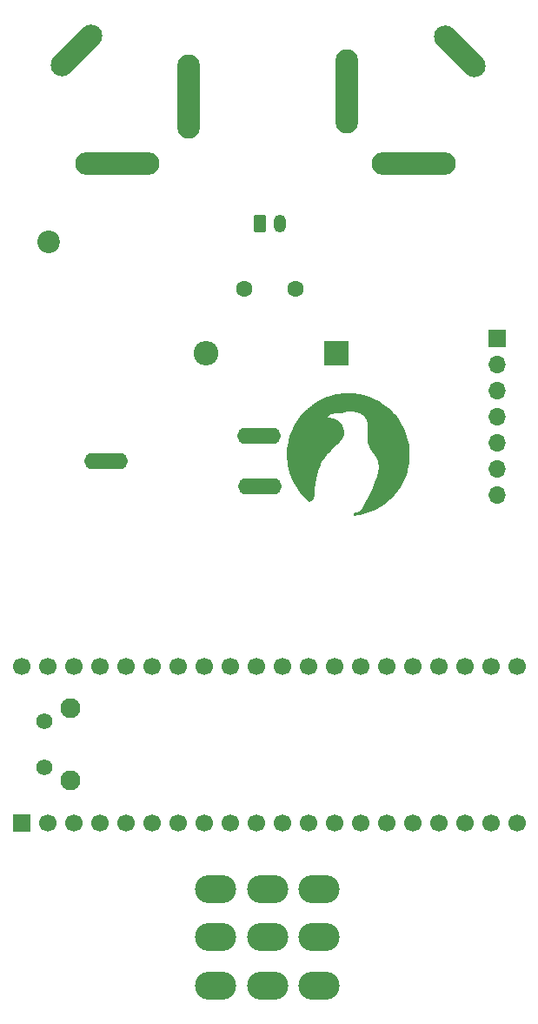
<source format=gbs>
G04 #@! TF.GenerationSoftware,KiCad,Pcbnew,(6.0.11)*
G04 #@! TF.CreationDate,2023-07-06T13:43:45+02:00*
G04 #@! TF.ProjectId,Dohle TankVerb,446f686c-6520-4546-916e-6b566572622e,rev?*
G04 #@! TF.SameCoordinates,Original*
G04 #@! TF.FileFunction,Soldermask,Bot*
G04 #@! TF.FilePolarity,Negative*
%FSLAX46Y46*%
G04 Gerber Fmt 4.6, Leading zero omitted, Abs format (unit mm)*
G04 Created by KiCad (PCBNEW (6.0.11)) date 2023-07-06 13:43:45*
%MOMM*%
%LPD*%
G01*
G04 APERTURE LIST*
G04 Aperture macros list*
%AMRoundRect*
0 Rectangle with rounded corners*
0 $1 Rounding radius*
0 $2 $3 $4 $5 $6 $7 $8 $9 X,Y pos of 4 corners*
0 Add a 4 corners polygon primitive as box body*
4,1,4,$2,$3,$4,$5,$6,$7,$8,$9,$2,$3,0*
0 Add four circle primitives for the rounded corners*
1,1,$1+$1,$2,$3*
1,1,$1+$1,$4,$5*
1,1,$1+$1,$6,$7*
1,1,$1+$1,$8,$9*
0 Add four rect primitives between the rounded corners*
20,1,$1+$1,$2,$3,$4,$5,0*
20,1,$1+$1,$4,$5,$6,$7,0*
20,1,$1+$1,$6,$7,$8,$9,0*
20,1,$1+$1,$8,$9,$2,$3,0*%
%AMHorizOval*
0 Thick line with rounded ends*
0 $1 width*
0 $2 $3 position (X,Y) of the first rounded end (center of the circle)*
0 $4 $5 position (X,Y) of the second rounded end (center of the circle)*
0 Add line between two ends*
20,1,$1,$2,$3,$4,$5,0*
0 Add two circle primitives to create the rounded ends*
1,1,$1,$2,$3*
1,1,$1,$4,$5*%
G04 Aperture macros list end*
%ADD10C,0.200000*%
%ADD11C,2.200000*%
%ADD12O,4.250000X1.600000*%
%ADD13R,1.700000X1.700000*%
%ADD14O,1.700000X1.700000*%
%ADD15RoundRect,0.250000X-0.350000X-0.625000X0.350000X-0.625000X0.350000X0.625000X-0.350000X0.625000X0*%
%ADD16O,1.200000X1.750000*%
%ADD17C,1.600000*%
%ADD18R,2.400000X2.400000*%
%ADD19O,2.400000X2.400000*%
%ADD20O,4.003200X2.743200*%
%ADD21O,8.203200X2.203200*%
%ADD22HorizOval,2.203200X-1.414214X1.414214X1.414214X-1.414214X0*%
%ADD23O,2.203200X8.203200*%
%ADD24HorizOval,2.203200X-1.414214X-1.414214X1.414214X1.414214X0*%
%ADD25C,1.700000*%
%ADD26C,1.575000*%
%ADD27C,1.950000*%
G04 APERTURE END LIST*
D10*
G36*
X165053907Y-91557541D02*
G01*
X165343001Y-91564933D01*
X165631241Y-91586946D01*
X165917994Y-91623317D01*
X166202625Y-91673785D01*
X166484499Y-91738088D01*
X166762981Y-91815963D01*
X167037437Y-91907148D01*
X167307231Y-92011382D01*
X167571729Y-92128402D01*
X167830297Y-92257946D01*
X168082299Y-92399752D01*
X168327100Y-92553558D01*
X168564067Y-92719101D01*
X168792564Y-92896121D01*
X169011956Y-93084354D01*
X169221609Y-93283539D01*
X169420794Y-93493192D01*
X169609027Y-93712584D01*
X169786046Y-93941081D01*
X169951590Y-94178047D01*
X170105396Y-94422849D01*
X170247202Y-94674851D01*
X170376746Y-94933418D01*
X170493766Y-95197917D01*
X170598000Y-95467711D01*
X170689185Y-95742167D01*
X170767060Y-96020649D01*
X170831363Y-96302523D01*
X170881831Y-96587153D01*
X170918202Y-96873906D01*
X170940215Y-97162147D01*
X170947607Y-97451240D01*
X170940910Y-97725889D01*
X170921051Y-97999815D01*
X170888245Y-98272470D01*
X170842706Y-98543304D01*
X170784649Y-98811769D01*
X170714290Y-99077316D01*
X170631842Y-99339395D01*
X170537521Y-99597459D01*
X170431542Y-99850957D01*
X170314119Y-100099341D01*
X170185467Y-100342063D01*
X170045801Y-100578573D01*
X169895336Y-100808322D01*
X169734286Y-101030761D01*
X169562867Y-101245342D01*
X169381292Y-101451515D01*
X169196650Y-101641901D01*
X169003398Y-101823210D01*
X168802017Y-101995249D01*
X168592992Y-102157823D01*
X168376805Y-102310736D01*
X168153940Y-102453794D01*
X167924879Y-102586801D01*
X167690104Y-102709564D01*
X167450101Y-102821887D01*
X167205350Y-102923575D01*
X166956335Y-103014433D01*
X166703539Y-103094267D01*
X166447445Y-103162882D01*
X166188536Y-103220082D01*
X165927296Y-103265674D01*
X165664206Y-103299461D01*
X165662770Y-103257064D01*
X165661901Y-103215725D01*
X165661656Y-103175170D01*
X165662092Y-103135124D01*
X165679065Y-103141468D01*
X165696239Y-103147382D01*
X165713635Y-103152736D01*
X165722423Y-103155164D01*
X165731276Y-103157404D01*
X165740194Y-103159440D01*
X165749182Y-103161257D01*
X165758242Y-103162838D01*
X165767376Y-103164167D01*
X165776588Y-103165229D01*
X165785881Y-103166007D01*
X165795256Y-103166486D01*
X165804716Y-103166649D01*
X165821302Y-103166287D01*
X165837719Y-103165214D01*
X165853953Y-103163449D01*
X165869990Y-103161013D01*
X165885819Y-103157926D01*
X165901426Y-103154205D01*
X165916799Y-103149873D01*
X165931923Y-103144947D01*
X165946786Y-103139448D01*
X165961376Y-103133395D01*
X165975679Y-103126809D01*
X165989681Y-103119708D01*
X166003371Y-103112112D01*
X166016735Y-103104042D01*
X166029760Y-103095516D01*
X166042433Y-103086555D01*
X166063627Y-103074324D01*
X166084563Y-103061739D01*
X166125557Y-103035701D01*
X166165195Y-103008830D01*
X166203260Y-102981516D01*
X166239533Y-102954149D01*
X166273797Y-102927118D01*
X166305833Y-102900812D01*
X166335423Y-102875622D01*
X166362348Y-102851936D01*
X166386392Y-102830144D01*
X166424959Y-102793800D01*
X166457907Y-102760978D01*
X166460618Y-102757998D01*
X166463242Y-102754942D01*
X166465775Y-102751812D01*
X166468217Y-102748611D01*
X166470565Y-102745342D01*
X166472819Y-102742006D01*
X166474975Y-102738606D01*
X166477034Y-102735145D01*
X166634577Y-102454627D01*
X166806582Y-102134881D01*
X167018589Y-101722944D01*
X167253981Y-101239418D01*
X167496142Y-100704904D01*
X167728457Y-100140003D01*
X167835729Y-99852595D01*
X167934309Y-99565315D01*
X167968335Y-99460494D01*
X167998013Y-99358202D01*
X168023510Y-99258430D01*
X168044992Y-99161168D01*
X168062626Y-99066408D01*
X168076579Y-98974140D01*
X168087016Y-98884354D01*
X168094106Y-98797041D01*
X168098014Y-98712192D01*
X168098907Y-98629798D01*
X168096951Y-98549849D01*
X168092314Y-98472335D01*
X168085162Y-98397248D01*
X168075661Y-98324578D01*
X168063978Y-98254316D01*
X168050280Y-98186453D01*
X168034733Y-98120978D01*
X168017504Y-98057883D01*
X167978667Y-97938795D01*
X167935101Y-97829115D01*
X167888139Y-97728766D01*
X167839114Y-97637674D01*
X167789359Y-97555766D01*
X167740207Y-97482965D01*
X167692991Y-97419197D01*
X167691601Y-97417435D01*
X167690183Y-97415695D01*
X167688738Y-97413979D01*
X167687265Y-97412286D01*
X167685766Y-97410616D01*
X167684239Y-97408969D01*
X167682685Y-97407346D01*
X167681105Y-97405746D01*
X167605861Y-97327224D01*
X167534436Y-97245193D01*
X167466974Y-97159789D01*
X167403617Y-97071151D01*
X167344507Y-96979416D01*
X167289789Y-96884722D01*
X167239604Y-96787207D01*
X167194095Y-96687008D01*
X167153405Y-96584263D01*
X167117677Y-96479110D01*
X167087054Y-96371686D01*
X167061679Y-96262130D01*
X167041693Y-96150578D01*
X167027242Y-96037169D01*
X167018466Y-95922039D01*
X167015509Y-95805328D01*
X167015780Y-95768988D01*
X167016595Y-95732838D01*
X167017958Y-95696882D01*
X167019871Y-95661121D01*
X167022336Y-95625558D01*
X167025358Y-95590194D01*
X167028938Y-95555031D01*
X167033079Y-95520073D01*
X167033296Y-95518272D01*
X167033487Y-95516468D01*
X167033655Y-95514662D01*
X167033798Y-95512854D01*
X167033918Y-95511045D01*
X167034015Y-95509233D01*
X167034088Y-95507421D01*
X167034140Y-95505607D01*
X167052740Y-94622970D01*
X167052749Y-94622199D01*
X167052752Y-94621428D01*
X167052749Y-94620656D01*
X167052740Y-94619880D01*
X167051352Y-94557343D01*
X167047228Y-94495504D01*
X167040426Y-94434422D01*
X167031005Y-94374157D01*
X167019024Y-94314768D01*
X167004540Y-94256313D01*
X166987613Y-94198851D01*
X166968301Y-94142443D01*
X166946663Y-94087147D01*
X166922757Y-94033022D01*
X166896643Y-93980127D01*
X166868377Y-93928522D01*
X166838020Y-93878264D01*
X166805630Y-93829415D01*
X166771265Y-93782032D01*
X166734983Y-93736175D01*
X166696845Y-93691903D01*
X166656907Y-93649275D01*
X166615229Y-93608350D01*
X166571869Y-93569188D01*
X166526886Y-93531847D01*
X166480339Y-93496386D01*
X166432285Y-93462865D01*
X166382784Y-93431342D01*
X166331895Y-93401877D01*
X166279675Y-93374530D01*
X166226183Y-93349358D01*
X166171479Y-93326422D01*
X166115620Y-93305779D01*
X166058665Y-93287490D01*
X166000673Y-93271614D01*
X165941702Y-93258209D01*
X165883217Y-93240700D01*
X165826132Y-93224999D01*
X165770572Y-93210978D01*
X165716661Y-93198509D01*
X165664527Y-93187463D01*
X165614292Y-93177713D01*
X165566083Y-93169129D01*
X165520025Y-93161583D01*
X165518992Y-93161833D01*
X165517962Y-93162091D01*
X165516931Y-93162356D01*
X165515898Y-93162628D01*
X165513722Y-93161801D01*
X165511532Y-93161011D01*
X165509327Y-93160258D01*
X165507109Y-93159538D01*
X165469779Y-93153043D01*
X165448228Y-93149405D01*
X165437133Y-93147681D01*
X165425978Y-93146095D01*
X165427038Y-93146621D01*
X165404272Y-93143659D01*
X165381642Y-93141318D01*
X165359148Y-93139543D01*
X165336792Y-93138283D01*
X165314574Y-93137483D01*
X165292494Y-93137090D01*
X165270554Y-93137051D01*
X165248755Y-93137314D01*
X165247694Y-93137314D01*
X165247427Y-93137049D01*
X165247293Y-93136916D01*
X165247226Y-93136848D01*
X165247160Y-93136780D01*
X165207852Y-93138294D01*
X165168558Y-93140815D01*
X165129358Y-93144274D01*
X165090335Y-93148600D01*
X165013140Y-93159580D01*
X164937620Y-93173203D01*
X164864421Y-93188915D01*
X164794191Y-93206163D01*
X164727578Y-93224394D01*
X164665229Y-93243055D01*
X164607791Y-93261592D01*
X164555911Y-93279453D01*
X164471415Y-93310930D01*
X164397604Y-93341423D01*
X164404318Y-93338325D01*
X164386834Y-93344404D01*
X164368484Y-93349847D01*
X164349364Y-93354683D01*
X164329565Y-93358942D01*
X164288303Y-93365844D01*
X164245445Y-93370785D01*
X164201736Y-93373996D01*
X164157919Y-93375710D01*
X164114740Y-93376160D01*
X164072944Y-93375576D01*
X164033275Y-93374191D01*
X163996479Y-93372238D01*
X163934484Y-93367555D01*
X163877737Y-93361580D01*
X163874786Y-93361093D01*
X163871827Y-93360670D01*
X163868861Y-93360310D01*
X163865889Y-93360014D01*
X163862910Y-93359781D01*
X163859927Y-93359612D01*
X163856940Y-93359507D01*
X163853949Y-93359466D01*
X163788394Y-93360169D01*
X163726210Y-93362386D01*
X163667301Y-93366046D01*
X163611572Y-93371078D01*
X163558925Y-93377410D01*
X163509265Y-93384970D01*
X163462496Y-93393688D01*
X163418522Y-93403492D01*
X163377246Y-93414310D01*
X163338572Y-93426070D01*
X163302405Y-93438702D01*
X163268648Y-93452133D01*
X163237204Y-93466293D01*
X163207979Y-93481110D01*
X163180876Y-93496512D01*
X163155798Y-93512428D01*
X163144008Y-93520559D01*
X163132728Y-93528789D01*
X163121951Y-93537102D01*
X163111669Y-93545479D01*
X163101874Y-93553904D01*
X163092557Y-93562358D01*
X163083712Y-93570825D01*
X163075331Y-93579287D01*
X163067405Y-93587727D01*
X163059927Y-93596128D01*
X163052888Y-93604471D01*
X163046282Y-93612739D01*
X163040101Y-93620916D01*
X163034335Y-93628984D01*
X163028979Y-93636925D01*
X163024023Y-93644722D01*
X163019427Y-93652510D01*
X163015157Y-93660383D01*
X163011209Y-93668260D01*
X163007579Y-93676059D01*
X163004263Y-93683699D01*
X163001256Y-93691100D01*
X162998556Y-93698181D01*
X162996157Y-93704860D01*
X162994055Y-93711057D01*
X162992247Y-93716691D01*
X162989496Y-93725943D01*
X162987333Y-93734123D01*
X162986246Y-93741178D01*
X162985521Y-93748204D01*
X162985152Y-93755193D01*
X162985132Y-93762133D01*
X162985454Y-93769016D01*
X162986111Y-93775831D01*
X162987096Y-93782567D01*
X162988403Y-93789216D01*
X162990025Y-93795766D01*
X162991954Y-93802209D01*
X162994185Y-93808533D01*
X162996710Y-93814730D01*
X162999522Y-93820789D01*
X163002614Y-93826699D01*
X163005980Y-93832452D01*
X163009613Y-93838036D01*
X163013506Y-93843443D01*
X163017652Y-93848662D01*
X163022044Y-93853682D01*
X163026676Y-93858495D01*
X163031540Y-93863090D01*
X163036630Y-93867456D01*
X163041939Y-93871585D01*
X163047460Y-93875466D01*
X163053186Y-93879089D01*
X163059111Y-93882443D01*
X163065227Y-93885520D01*
X163071527Y-93888309D01*
X163078006Y-93890800D01*
X163084655Y-93892983D01*
X163091469Y-93894848D01*
X163098440Y-93896385D01*
X163214330Y-93921948D01*
X163340872Y-93953339D01*
X163415950Y-93973522D01*
X163496862Y-93996635D01*
X163580054Y-94022217D01*
X163665376Y-94050661D01*
X163751239Y-94081679D01*
X163836052Y-94114986D01*
X163918225Y-94150294D01*
X163957824Y-94168609D01*
X163996167Y-94187317D01*
X164033055Y-94206381D01*
X164068290Y-94225767D01*
X164101671Y-94245438D01*
X164133001Y-94265358D01*
X164149882Y-94286249D01*
X164180099Y-94325142D01*
X164199583Y-94351188D01*
X164221649Y-94381555D01*
X164246048Y-94416182D01*
X164272528Y-94455009D01*
X164303084Y-94501947D01*
X164333222Y-94551060D01*
X164362146Y-94601199D01*
X164389058Y-94651215D01*
X164401510Y-94675819D01*
X164413160Y-94699960D01*
X164423908Y-94723497D01*
X164433654Y-94746285D01*
X164442300Y-94768181D01*
X164449744Y-94789041D01*
X164455887Y-94808722D01*
X164460630Y-94827080D01*
X164476014Y-94890629D01*
X164492040Y-94951679D01*
X164522699Y-95067486D01*
X164535672Y-95122844D01*
X164541205Y-95150018D01*
X164545965Y-95176906D01*
X164549848Y-95203546D01*
X164552751Y-95229974D01*
X164554568Y-95256229D01*
X164555197Y-95282348D01*
X164553248Y-95348940D01*
X164547473Y-95414469D01*
X164537981Y-95478830D01*
X164524880Y-95541914D01*
X164508280Y-95603614D01*
X164488289Y-95663823D01*
X164465015Y-95722435D01*
X164438567Y-95779341D01*
X164409054Y-95834434D01*
X164376585Y-95887607D01*
X164341268Y-95938753D01*
X164303212Y-95987765D01*
X164262525Y-96034535D01*
X164219317Y-96078957D01*
X164173695Y-96120922D01*
X164125769Y-96160324D01*
X164123718Y-96161937D01*
X164121698Y-96163588D01*
X164119710Y-96165277D01*
X164117754Y-96167003D01*
X164115831Y-96168767D01*
X164113941Y-96170568D01*
X164112086Y-96172405D01*
X164110266Y-96174278D01*
X163576445Y-96733932D01*
X163191512Y-97136859D01*
X162990950Y-97345779D01*
X162874640Y-97470106D01*
X162765503Y-97601332D01*
X162663295Y-97738745D01*
X162567771Y-97881632D01*
X162478688Y-98029279D01*
X162395801Y-98180974D01*
X162318867Y-98336005D01*
X162247642Y-98493657D01*
X162181881Y-98653218D01*
X162121341Y-98813976D01*
X162065777Y-98975217D01*
X162014946Y-99136228D01*
X161968604Y-99296296D01*
X161926507Y-99454709D01*
X161854071Y-99763717D01*
X161823298Y-99912984D01*
X161795935Y-100057926D01*
X161771785Y-100197810D01*
X161750651Y-100331906D01*
X161732338Y-100459481D01*
X161716648Y-100579803D01*
X161692351Y-100795759D01*
X161676191Y-100973919D01*
X161666594Y-101108427D01*
X161660803Y-101223060D01*
X161660796Y-101224745D01*
X161660811Y-101226428D01*
X161660847Y-101228110D01*
X161660904Y-101229790D01*
X161660982Y-101231470D01*
X161661080Y-101233149D01*
X161661198Y-101234826D01*
X161661337Y-101236503D01*
X161663329Y-101277804D01*
X161663646Y-101317548D01*
X161662393Y-101355752D01*
X161659676Y-101392432D01*
X161655600Y-101427603D01*
X161650272Y-101461283D01*
X161643797Y-101493486D01*
X161636281Y-101524230D01*
X161627829Y-101553530D01*
X161618548Y-101581402D01*
X161608542Y-101607862D01*
X161597919Y-101632927D01*
X161586783Y-101656613D01*
X161575240Y-101678935D01*
X161563396Y-101699909D01*
X161551357Y-101719553D01*
X161539229Y-101737881D01*
X161527116Y-101754910D01*
X161515126Y-101770657D01*
X161503363Y-101785136D01*
X161480944Y-101810359D01*
X161460703Y-101830707D01*
X161443489Y-101846309D01*
X161430145Y-101857295D01*
X161418455Y-101865928D01*
X161416273Y-101867528D01*
X161414123Y-101869170D01*
X161412005Y-101870852D01*
X161409919Y-101872576D01*
X161407866Y-101874340D01*
X161405848Y-101876144D01*
X161403864Y-101877990D01*
X161401915Y-101879875D01*
X161296499Y-101983742D01*
X161176267Y-101881319D01*
X161058760Y-101775779D01*
X160944060Y-101667199D01*
X160832250Y-101555654D01*
X160723413Y-101441219D01*
X160617634Y-101323970D01*
X160514993Y-101203982D01*
X160415575Y-101081331D01*
X160319463Y-100956092D01*
X160226739Y-100828342D01*
X160137487Y-100698154D01*
X160051789Y-100565606D01*
X159969729Y-100430772D01*
X159891390Y-100293729D01*
X159816855Y-100154550D01*
X159746206Y-100013313D01*
X159676316Y-99863127D01*
X159610730Y-99711022D01*
X159549474Y-99557126D01*
X159492578Y-99401565D01*
X159440070Y-99244467D01*
X159391979Y-99085958D01*
X159348332Y-98926166D01*
X159309158Y-98765217D01*
X159274486Y-98603237D01*
X159244343Y-98440355D01*
X159218758Y-98276696D01*
X159197759Y-98112389D01*
X159181375Y-97947558D01*
X159169633Y-97782333D01*
X159162563Y-97616838D01*
X159160192Y-97451202D01*
X159167585Y-97162108D01*
X159189597Y-96873866D01*
X159225969Y-96587112D01*
X159276437Y-96302481D01*
X159340740Y-96020607D01*
X159418615Y-95742125D01*
X159509800Y-95467669D01*
X159614034Y-95197875D01*
X159731054Y-94933377D01*
X159860598Y-94674809D01*
X160002403Y-94422807D01*
X160156209Y-94178005D01*
X160321753Y-93941038D01*
X160498773Y-93712540D01*
X160687006Y-93493147D01*
X160886190Y-93283493D01*
X161095843Y-93084309D01*
X161315236Y-92896077D01*
X161543733Y-92719059D01*
X161780699Y-92553516D01*
X162025501Y-92399711D01*
X162277503Y-92257906D01*
X162536070Y-92128362D01*
X162800569Y-92011343D01*
X163070363Y-91907109D01*
X163344818Y-91815924D01*
X163623301Y-91738049D01*
X163905174Y-91673747D01*
X164189805Y-91623279D01*
X164476558Y-91586907D01*
X164764799Y-91564895D01*
X165053892Y-91557503D01*
X165053907Y-91557541D01*
G37*
X165053907Y-91557541D02*
X165343001Y-91564933D01*
X165631241Y-91586946D01*
X165917994Y-91623317D01*
X166202625Y-91673785D01*
X166484499Y-91738088D01*
X166762981Y-91815963D01*
X167037437Y-91907148D01*
X167307231Y-92011382D01*
X167571729Y-92128402D01*
X167830297Y-92257946D01*
X168082299Y-92399752D01*
X168327100Y-92553558D01*
X168564067Y-92719101D01*
X168792564Y-92896121D01*
X169011956Y-93084354D01*
X169221609Y-93283539D01*
X169420794Y-93493192D01*
X169609027Y-93712584D01*
X169786046Y-93941081D01*
X169951590Y-94178047D01*
X170105396Y-94422849D01*
X170247202Y-94674851D01*
X170376746Y-94933418D01*
X170493766Y-95197917D01*
X170598000Y-95467711D01*
X170689185Y-95742167D01*
X170767060Y-96020649D01*
X170831363Y-96302523D01*
X170881831Y-96587153D01*
X170918202Y-96873906D01*
X170940215Y-97162147D01*
X170947607Y-97451240D01*
X170940910Y-97725889D01*
X170921051Y-97999815D01*
X170888245Y-98272470D01*
X170842706Y-98543304D01*
X170784649Y-98811769D01*
X170714290Y-99077316D01*
X170631842Y-99339395D01*
X170537521Y-99597459D01*
X170431542Y-99850957D01*
X170314119Y-100099341D01*
X170185467Y-100342063D01*
X170045801Y-100578573D01*
X169895336Y-100808322D01*
X169734286Y-101030761D01*
X169562867Y-101245342D01*
X169381292Y-101451515D01*
X169196650Y-101641901D01*
X169003398Y-101823210D01*
X168802017Y-101995249D01*
X168592992Y-102157823D01*
X168376805Y-102310736D01*
X168153940Y-102453794D01*
X167924879Y-102586801D01*
X167690104Y-102709564D01*
X167450101Y-102821887D01*
X167205350Y-102923575D01*
X166956335Y-103014433D01*
X166703539Y-103094267D01*
X166447445Y-103162882D01*
X166188536Y-103220082D01*
X165927296Y-103265674D01*
X165664206Y-103299461D01*
X165662770Y-103257064D01*
X165661901Y-103215725D01*
X165661656Y-103175170D01*
X165662092Y-103135124D01*
X165679065Y-103141468D01*
X165696239Y-103147382D01*
X165713635Y-103152736D01*
X165722423Y-103155164D01*
X165731276Y-103157404D01*
X165740194Y-103159440D01*
X165749182Y-103161257D01*
X165758242Y-103162838D01*
X165767376Y-103164167D01*
X165776588Y-103165229D01*
X165785881Y-103166007D01*
X165795256Y-103166486D01*
X165804716Y-103166649D01*
X165821302Y-103166287D01*
X165837719Y-103165214D01*
X165853953Y-103163449D01*
X165869990Y-103161013D01*
X165885819Y-103157926D01*
X165901426Y-103154205D01*
X165916799Y-103149873D01*
X165931923Y-103144947D01*
X165946786Y-103139448D01*
X165961376Y-103133395D01*
X165975679Y-103126809D01*
X165989681Y-103119708D01*
X166003371Y-103112112D01*
X166016735Y-103104042D01*
X166029760Y-103095516D01*
X166042433Y-103086555D01*
X166063627Y-103074324D01*
X166084563Y-103061739D01*
X166125557Y-103035701D01*
X166165195Y-103008830D01*
X166203260Y-102981516D01*
X166239533Y-102954149D01*
X166273797Y-102927118D01*
X166305833Y-102900812D01*
X166335423Y-102875622D01*
X166362348Y-102851936D01*
X166386392Y-102830144D01*
X166424959Y-102793800D01*
X166457907Y-102760978D01*
X166460618Y-102757998D01*
X166463242Y-102754942D01*
X166465775Y-102751812D01*
X166468217Y-102748611D01*
X166470565Y-102745342D01*
X166472819Y-102742006D01*
X166474975Y-102738606D01*
X166477034Y-102735145D01*
X166634577Y-102454627D01*
X166806582Y-102134881D01*
X167018589Y-101722944D01*
X167253981Y-101239418D01*
X167496142Y-100704904D01*
X167728457Y-100140003D01*
X167835729Y-99852595D01*
X167934309Y-99565315D01*
X167968335Y-99460494D01*
X167998013Y-99358202D01*
X168023510Y-99258430D01*
X168044992Y-99161168D01*
X168062626Y-99066408D01*
X168076579Y-98974140D01*
X168087016Y-98884354D01*
X168094106Y-98797041D01*
X168098014Y-98712192D01*
X168098907Y-98629798D01*
X168096951Y-98549849D01*
X168092314Y-98472335D01*
X168085162Y-98397248D01*
X168075661Y-98324578D01*
X168063978Y-98254316D01*
X168050280Y-98186453D01*
X168034733Y-98120978D01*
X168017504Y-98057883D01*
X167978667Y-97938795D01*
X167935101Y-97829115D01*
X167888139Y-97728766D01*
X167839114Y-97637674D01*
X167789359Y-97555766D01*
X167740207Y-97482965D01*
X167692991Y-97419197D01*
X167691601Y-97417435D01*
X167690183Y-97415695D01*
X167688738Y-97413979D01*
X167687265Y-97412286D01*
X167685766Y-97410616D01*
X167684239Y-97408969D01*
X167682685Y-97407346D01*
X167681105Y-97405746D01*
X167605861Y-97327224D01*
X167534436Y-97245193D01*
X167466974Y-97159789D01*
X167403617Y-97071151D01*
X167344507Y-96979416D01*
X167289789Y-96884722D01*
X167239604Y-96787207D01*
X167194095Y-96687008D01*
X167153405Y-96584263D01*
X167117677Y-96479110D01*
X167087054Y-96371686D01*
X167061679Y-96262130D01*
X167041693Y-96150578D01*
X167027242Y-96037169D01*
X167018466Y-95922039D01*
X167015509Y-95805328D01*
X167015780Y-95768988D01*
X167016595Y-95732838D01*
X167017958Y-95696882D01*
X167019871Y-95661121D01*
X167022336Y-95625558D01*
X167025358Y-95590194D01*
X167028938Y-95555031D01*
X167033079Y-95520073D01*
X167033296Y-95518272D01*
X167033487Y-95516468D01*
X167033655Y-95514662D01*
X167033798Y-95512854D01*
X167033918Y-95511045D01*
X167034015Y-95509233D01*
X167034088Y-95507421D01*
X167034140Y-95505607D01*
X167052740Y-94622970D01*
X167052749Y-94622199D01*
X167052752Y-94621428D01*
X167052749Y-94620656D01*
X167052740Y-94619880D01*
X167051352Y-94557343D01*
X167047228Y-94495504D01*
X167040426Y-94434422D01*
X167031005Y-94374157D01*
X167019024Y-94314768D01*
X167004540Y-94256313D01*
X166987613Y-94198851D01*
X166968301Y-94142443D01*
X166946663Y-94087147D01*
X166922757Y-94033022D01*
X166896643Y-93980127D01*
X166868377Y-93928522D01*
X166838020Y-93878264D01*
X166805630Y-93829415D01*
X166771265Y-93782032D01*
X166734983Y-93736175D01*
X166696845Y-93691903D01*
X166656907Y-93649275D01*
X166615229Y-93608350D01*
X166571869Y-93569188D01*
X166526886Y-93531847D01*
X166480339Y-93496386D01*
X166432285Y-93462865D01*
X166382784Y-93431342D01*
X166331895Y-93401877D01*
X166279675Y-93374530D01*
X166226183Y-93349358D01*
X166171479Y-93326422D01*
X166115620Y-93305779D01*
X166058665Y-93287490D01*
X166000673Y-93271614D01*
X165941702Y-93258209D01*
X165883217Y-93240700D01*
X165826132Y-93224999D01*
X165770572Y-93210978D01*
X165716661Y-93198509D01*
X165664527Y-93187463D01*
X165614292Y-93177713D01*
X165566083Y-93169129D01*
X165520025Y-93161583D01*
X165518992Y-93161833D01*
X165517962Y-93162091D01*
X165516931Y-93162356D01*
X165515898Y-93162628D01*
X165513722Y-93161801D01*
X165511532Y-93161011D01*
X165509327Y-93160258D01*
X165507109Y-93159538D01*
X165469779Y-93153043D01*
X165448228Y-93149405D01*
X165437133Y-93147681D01*
X165425978Y-93146095D01*
X165427038Y-93146621D01*
X165404272Y-93143659D01*
X165381642Y-93141318D01*
X165359148Y-93139543D01*
X165336792Y-93138283D01*
X165314574Y-93137483D01*
X165292494Y-93137090D01*
X165270554Y-93137051D01*
X165248755Y-93137314D01*
X165247694Y-93137314D01*
X165247427Y-93137049D01*
X165247293Y-93136916D01*
X165247226Y-93136848D01*
X165247160Y-93136780D01*
X165207852Y-93138294D01*
X165168558Y-93140815D01*
X165129358Y-93144274D01*
X165090335Y-93148600D01*
X165013140Y-93159580D01*
X164937620Y-93173203D01*
X164864421Y-93188915D01*
X164794191Y-93206163D01*
X164727578Y-93224394D01*
X164665229Y-93243055D01*
X164607791Y-93261592D01*
X164555911Y-93279453D01*
X164471415Y-93310930D01*
X164397604Y-93341423D01*
X164404318Y-93338325D01*
X164386834Y-93344404D01*
X164368484Y-93349847D01*
X164349364Y-93354683D01*
X164329565Y-93358942D01*
X164288303Y-93365844D01*
X164245445Y-93370785D01*
X164201736Y-93373996D01*
X164157919Y-93375710D01*
X164114740Y-93376160D01*
X164072944Y-93375576D01*
X164033275Y-93374191D01*
X163996479Y-93372238D01*
X163934484Y-93367555D01*
X163877737Y-93361580D01*
X163874786Y-93361093D01*
X163871827Y-93360670D01*
X163868861Y-93360310D01*
X163865889Y-93360014D01*
X163862910Y-93359781D01*
X163859927Y-93359612D01*
X163856940Y-93359507D01*
X163853949Y-93359466D01*
X163788394Y-93360169D01*
X163726210Y-93362386D01*
X163667301Y-93366046D01*
X163611572Y-93371078D01*
X163558925Y-93377410D01*
X163509265Y-93384970D01*
X163462496Y-93393688D01*
X163418522Y-93403492D01*
X163377246Y-93414310D01*
X163338572Y-93426070D01*
X163302405Y-93438702D01*
X163268648Y-93452133D01*
X163237204Y-93466293D01*
X163207979Y-93481110D01*
X163180876Y-93496512D01*
X163155798Y-93512428D01*
X163144008Y-93520559D01*
X163132728Y-93528789D01*
X163121951Y-93537102D01*
X163111669Y-93545479D01*
X163101874Y-93553904D01*
X163092557Y-93562358D01*
X163083712Y-93570825D01*
X163075331Y-93579287D01*
X163067405Y-93587727D01*
X163059927Y-93596128D01*
X163052888Y-93604471D01*
X163046282Y-93612739D01*
X163040101Y-93620916D01*
X163034335Y-93628984D01*
X163028979Y-93636925D01*
X163024023Y-93644722D01*
X163019427Y-93652510D01*
X163015157Y-93660383D01*
X163011209Y-93668260D01*
X163007579Y-93676059D01*
X163004263Y-93683699D01*
X163001256Y-93691100D01*
X162998556Y-93698181D01*
X162996157Y-93704860D01*
X162994055Y-93711057D01*
X162992247Y-93716691D01*
X162989496Y-93725943D01*
X162987333Y-93734123D01*
X162986246Y-93741178D01*
X162985521Y-93748204D01*
X162985152Y-93755193D01*
X162985132Y-93762133D01*
X162985454Y-93769016D01*
X162986111Y-93775831D01*
X162987096Y-93782567D01*
X162988403Y-93789216D01*
X162990025Y-93795766D01*
X162991954Y-93802209D01*
X162994185Y-93808533D01*
X162996710Y-93814730D01*
X162999522Y-93820789D01*
X163002614Y-93826699D01*
X163005980Y-93832452D01*
X163009613Y-93838036D01*
X163013506Y-93843443D01*
X163017652Y-93848662D01*
X163022044Y-93853682D01*
X163026676Y-93858495D01*
X163031540Y-93863090D01*
X163036630Y-93867456D01*
X163041939Y-93871585D01*
X163047460Y-93875466D01*
X163053186Y-93879089D01*
X163059111Y-93882443D01*
X163065227Y-93885520D01*
X163071527Y-93888309D01*
X163078006Y-93890800D01*
X163084655Y-93892983D01*
X163091469Y-93894848D01*
X163098440Y-93896385D01*
X163214330Y-93921948D01*
X163340872Y-93953339D01*
X163415950Y-93973522D01*
X163496862Y-93996635D01*
X163580054Y-94022217D01*
X163665376Y-94050661D01*
X163751239Y-94081679D01*
X163836052Y-94114986D01*
X163918225Y-94150294D01*
X163957824Y-94168609D01*
X163996167Y-94187317D01*
X164033055Y-94206381D01*
X164068290Y-94225767D01*
X164101671Y-94245438D01*
X164133001Y-94265358D01*
X164149882Y-94286249D01*
X164180099Y-94325142D01*
X164199583Y-94351188D01*
X164221649Y-94381555D01*
X164246048Y-94416182D01*
X164272528Y-94455009D01*
X164303084Y-94501947D01*
X164333222Y-94551060D01*
X164362146Y-94601199D01*
X164389058Y-94651215D01*
X164401510Y-94675819D01*
X164413160Y-94699960D01*
X164423908Y-94723497D01*
X164433654Y-94746285D01*
X164442300Y-94768181D01*
X164449744Y-94789041D01*
X164455887Y-94808722D01*
X164460630Y-94827080D01*
X164476014Y-94890629D01*
X164492040Y-94951679D01*
X164522699Y-95067486D01*
X164535672Y-95122844D01*
X164541205Y-95150018D01*
X164545965Y-95176906D01*
X164549848Y-95203546D01*
X164552751Y-95229974D01*
X164554568Y-95256229D01*
X164555197Y-95282348D01*
X164553248Y-95348940D01*
X164547473Y-95414469D01*
X164537981Y-95478830D01*
X164524880Y-95541914D01*
X164508280Y-95603614D01*
X164488289Y-95663823D01*
X164465015Y-95722435D01*
X164438567Y-95779341D01*
X164409054Y-95834434D01*
X164376585Y-95887607D01*
X164341268Y-95938753D01*
X164303212Y-95987765D01*
X164262525Y-96034535D01*
X164219317Y-96078957D01*
X164173695Y-96120922D01*
X164125769Y-96160324D01*
X164123718Y-96161937D01*
X164121698Y-96163588D01*
X164119710Y-96165277D01*
X164117754Y-96167003D01*
X164115831Y-96168767D01*
X164113941Y-96170568D01*
X164112086Y-96172405D01*
X164110266Y-96174278D01*
X163576445Y-96733932D01*
X163191512Y-97136859D01*
X162990950Y-97345779D01*
X162874640Y-97470106D01*
X162765503Y-97601332D01*
X162663295Y-97738745D01*
X162567771Y-97881632D01*
X162478688Y-98029279D01*
X162395801Y-98180974D01*
X162318867Y-98336005D01*
X162247642Y-98493657D01*
X162181881Y-98653218D01*
X162121341Y-98813976D01*
X162065777Y-98975217D01*
X162014946Y-99136228D01*
X161968604Y-99296296D01*
X161926507Y-99454709D01*
X161854071Y-99763717D01*
X161823298Y-99912984D01*
X161795935Y-100057926D01*
X161771785Y-100197810D01*
X161750651Y-100331906D01*
X161732338Y-100459481D01*
X161716648Y-100579803D01*
X161692351Y-100795759D01*
X161676191Y-100973919D01*
X161666594Y-101108427D01*
X161660803Y-101223060D01*
X161660796Y-101224745D01*
X161660811Y-101226428D01*
X161660847Y-101228110D01*
X161660904Y-101229790D01*
X161660982Y-101231470D01*
X161661080Y-101233149D01*
X161661198Y-101234826D01*
X161661337Y-101236503D01*
X161663329Y-101277804D01*
X161663646Y-101317548D01*
X161662393Y-101355752D01*
X161659676Y-101392432D01*
X161655600Y-101427603D01*
X161650272Y-101461283D01*
X161643797Y-101493486D01*
X161636281Y-101524230D01*
X161627829Y-101553530D01*
X161618548Y-101581402D01*
X161608542Y-101607862D01*
X161597919Y-101632927D01*
X161586783Y-101656613D01*
X161575240Y-101678935D01*
X161563396Y-101699909D01*
X161551357Y-101719553D01*
X161539229Y-101737881D01*
X161527116Y-101754910D01*
X161515126Y-101770657D01*
X161503363Y-101785136D01*
X161480944Y-101810359D01*
X161460703Y-101830707D01*
X161443489Y-101846309D01*
X161430145Y-101857295D01*
X161418455Y-101865928D01*
X161416273Y-101867528D01*
X161414123Y-101869170D01*
X161412005Y-101870852D01*
X161409919Y-101872576D01*
X161407866Y-101874340D01*
X161405848Y-101876144D01*
X161403864Y-101877990D01*
X161401915Y-101879875D01*
X161296499Y-101983742D01*
X161176267Y-101881319D01*
X161058760Y-101775779D01*
X160944060Y-101667199D01*
X160832250Y-101555654D01*
X160723413Y-101441219D01*
X160617634Y-101323970D01*
X160514993Y-101203982D01*
X160415575Y-101081331D01*
X160319463Y-100956092D01*
X160226739Y-100828342D01*
X160137487Y-100698154D01*
X160051789Y-100565606D01*
X159969729Y-100430772D01*
X159891390Y-100293729D01*
X159816855Y-100154550D01*
X159746206Y-100013313D01*
X159676316Y-99863127D01*
X159610730Y-99711022D01*
X159549474Y-99557126D01*
X159492578Y-99401565D01*
X159440070Y-99244467D01*
X159391979Y-99085958D01*
X159348332Y-98926166D01*
X159309158Y-98765217D01*
X159274486Y-98603237D01*
X159244343Y-98440355D01*
X159218758Y-98276696D01*
X159197759Y-98112389D01*
X159181375Y-97947558D01*
X159169633Y-97782333D01*
X159162563Y-97616838D01*
X159160192Y-97451202D01*
X159167585Y-97162108D01*
X159189597Y-96873866D01*
X159225969Y-96587112D01*
X159276437Y-96302481D01*
X159340740Y-96020607D01*
X159418615Y-95742125D01*
X159509800Y-95467669D01*
X159614034Y-95197875D01*
X159731054Y-94933377D01*
X159860598Y-94674809D01*
X160002403Y-94422807D01*
X160156209Y-94178005D01*
X160321753Y-93941038D01*
X160498773Y-93712540D01*
X160687006Y-93493147D01*
X160886190Y-93283493D01*
X161095843Y-93084309D01*
X161315236Y-92896077D01*
X161543733Y-92719059D01*
X161780699Y-92553516D01*
X162025501Y-92399711D01*
X162277503Y-92257906D01*
X162536070Y-92128362D01*
X162800569Y-92011343D01*
X163070363Y-91907109D01*
X163344818Y-91815924D01*
X163623301Y-91738049D01*
X163905174Y-91673747D01*
X164189805Y-91623279D01*
X164476558Y-91586907D01*
X164764799Y-91564895D01*
X165053892Y-91557503D01*
X165053907Y-91557541D01*
D11*
X135848000Y-76717711D03*
D12*
X156434422Y-100558217D03*
X141423108Y-98079634D03*
X156396290Y-95588340D03*
D13*
X179552600Y-86106000D03*
D14*
X179552600Y-88646000D03*
X179552600Y-91186000D03*
X179552600Y-93726000D03*
X179552600Y-96266000D03*
X179552600Y-98806000D03*
X179552600Y-101346000D03*
D15*
X156407919Y-74930000D03*
D16*
X158407919Y-74930000D03*
D17*
X154940000Y-81280000D03*
X159940000Y-81280000D03*
D18*
X163855400Y-87604600D03*
D19*
X151155400Y-87604600D03*
D20*
X162225962Y-139708959D03*
X162225962Y-144410519D03*
X162225962Y-149108959D03*
X157226482Y-139708959D03*
X157226482Y-144410519D03*
X157226482Y-149108959D03*
X152125962Y-139709719D03*
X152125962Y-144411279D03*
X152125962Y-149109719D03*
D21*
X171437559Y-69113936D03*
D22*
X175945800Y-58166000D03*
D23*
X164915057Y-62119877D03*
X149534000Y-62595200D03*
D24*
X138586064Y-58086959D03*
D21*
X142539941Y-69117702D03*
D13*
X133223000Y-133299200D03*
D25*
X135763000Y-133299200D03*
X138303000Y-133299200D03*
X140843000Y-133299200D03*
X143383000Y-133299200D03*
X145923000Y-133299200D03*
X148463000Y-133299200D03*
X151003000Y-133299200D03*
X153543000Y-133299200D03*
X156083000Y-133299200D03*
X158623000Y-133299200D03*
X161163000Y-133299200D03*
X163703000Y-133299200D03*
X166243000Y-133299200D03*
X168783000Y-133299200D03*
X171323000Y-133299200D03*
X173863000Y-133299200D03*
X176403000Y-133299200D03*
X178943000Y-133299200D03*
X181483000Y-133299200D03*
X181483000Y-118059200D03*
X178943000Y-118059200D03*
X176403000Y-118059200D03*
X173863000Y-118059200D03*
X171323000Y-118059200D03*
X168783000Y-118059200D03*
X166243000Y-118059200D03*
X163703000Y-118059200D03*
X161163000Y-118059200D03*
X158623000Y-118059200D03*
X156083000Y-118059200D03*
X153543000Y-118059200D03*
X151003000Y-118059200D03*
X148463000Y-118059200D03*
X145923000Y-118059200D03*
X143383000Y-118059200D03*
X140843000Y-118059200D03*
X138303000Y-118059200D03*
X135763000Y-118059200D03*
X133223000Y-118059200D03*
D26*
X135441000Y-127886400D03*
X135441000Y-123386400D03*
D27*
X137941000Y-129136400D03*
X137941000Y-122136400D03*
M02*

</source>
